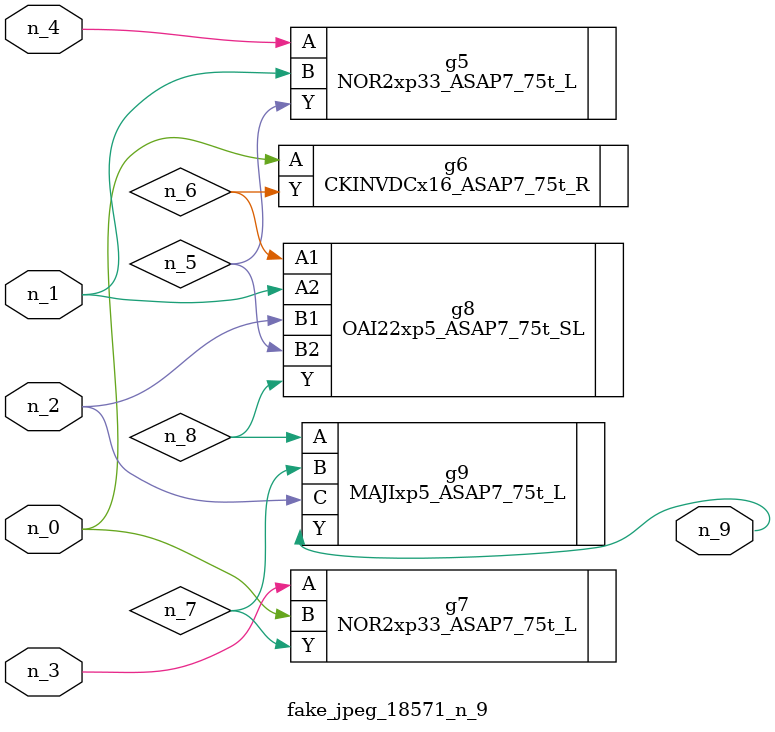
<source format=v>
module fake_jpeg_18571_n_9 (n_3, n_2, n_1, n_0, n_4, n_9);

input n_3;
input n_2;
input n_1;
input n_0;
input n_4;

output n_9;

wire n_8;
wire n_6;
wire n_5;
wire n_7;

NOR2xp33_ASAP7_75t_L g5 ( 
.A(n_4),
.B(n_1),
.Y(n_5)
);

CKINVDCx16_ASAP7_75t_R g6 ( 
.A(n_0),
.Y(n_6)
);

NOR2xp33_ASAP7_75t_L g7 ( 
.A(n_3),
.B(n_0),
.Y(n_7)
);

OAI22xp5_ASAP7_75t_SL g8 ( 
.A1(n_6),
.A2(n_1),
.B1(n_2),
.B2(n_5),
.Y(n_8)
);

MAJIxp5_ASAP7_75t_L g9 ( 
.A(n_8),
.B(n_7),
.C(n_2),
.Y(n_9)
);


endmodule
</source>
